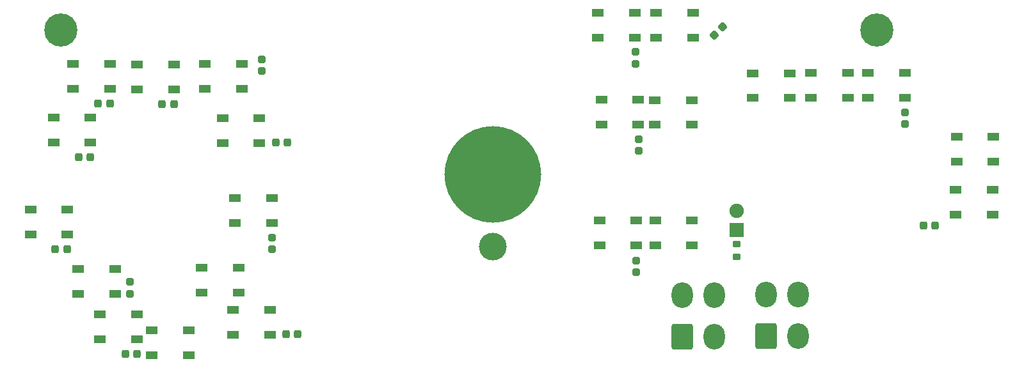
<source format=gbr>
%TF.GenerationSoftware,KiCad,Pcbnew,(6.0.9)*%
%TF.CreationDate,2023-01-06T20:59:09-09:00*%
%TF.ProjectId,FCS PANEL,46435320-5041-44e4-954c-2e6b69636164,rev?*%
%TF.SameCoordinates,Original*%
%TF.FileFunction,Soldermask,Top*%
%TF.FilePolarity,Negative*%
%FSLAX46Y46*%
G04 Gerber Fmt 4.6, Leading zero omitted, Abs format (unit mm)*
G04 Created by KiCad (PCBNEW (6.0.9)) date 2023-01-06 20:59:09*
%MOMM*%
%LPD*%
G01*
G04 APERTURE LIST*
G04 Aperture macros list*
%AMRoundRect*
0 Rectangle with rounded corners*
0 $1 Rounding radius*
0 $2 $3 $4 $5 $6 $7 $8 $9 X,Y pos of 4 corners*
0 Add a 4 corners polygon primitive as box body*
4,1,4,$2,$3,$4,$5,$6,$7,$8,$9,$2,$3,0*
0 Add four circle primitives for the rounded corners*
1,1,$1+$1,$2,$3*
1,1,$1+$1,$4,$5*
1,1,$1+$1,$6,$7*
1,1,$1+$1,$8,$9*
0 Add four rect primitives between the rounded corners*
20,1,$1+$1,$2,$3,$4,$5,0*
20,1,$1+$1,$4,$5,$6,$7,0*
20,1,$1+$1,$6,$7,$8,$9,0*
20,1,$1+$1,$8,$9,$2,$3,0*%
G04 Aperture macros list end*
%ADD10RoundRect,0.050000X-0.750000X-0.450000X0.750000X-0.450000X0.750000X0.450000X-0.750000X0.450000X0*%
%ADD11RoundRect,0.250000X0.275000X-0.200000X0.275000X0.200000X-0.275000X0.200000X-0.275000X-0.200000X0*%
%ADD12RoundRect,0.275000X-0.250000X0.225000X-0.250000X-0.225000X0.250000X-0.225000X0.250000X0.225000X0*%
%ADD13RoundRect,0.275000X-0.225000X-0.250000X0.225000X-0.250000X0.225000X0.250000X-0.225000X0.250000X0*%
%ADD14RoundRect,0.275000X0.225000X0.250000X-0.225000X0.250000X-0.225000X-0.250000X0.225000X-0.250000X0*%
%ADD15RoundRect,0.275000X0.250000X-0.225000X0.250000X0.225000X-0.250000X0.225000X-0.250000X-0.225000X0*%
%ADD16RoundRect,0.275000X-0.017678X0.335876X-0.335876X0.017678X0.017678X-0.335876X0.335876X-0.017678X0*%
%ADD17C,12.800000*%
%ADD18C,3.672000*%
%ADD19C,4.400000*%
%ADD20RoundRect,0.300001X-1.099999X-1.399999X1.099999X-1.399999X1.099999X1.399999X-1.099999X1.399999X0*%
%ADD21O,2.800000X3.400000*%
%ADD22RoundRect,0.050000X0.900000X-0.900000X0.900000X0.900000X-0.900000X0.900000X-0.900000X-0.900000X0*%
%ADD23C,1.900000*%
G04 APERTURE END LIST*
D10*
%TO.C,D1*%
X91834800Y-56160400D03*
X91834800Y-59460400D03*
X96734800Y-59460400D03*
X96734800Y-56160400D03*
%TD*%
%TO.C,D2*%
X100279000Y-56236400D03*
X100279000Y-59536400D03*
X105179000Y-59536400D03*
X105179000Y-56236400D03*
%TD*%
%TO.C,D3*%
X109298000Y-56185600D03*
X109298000Y-59485600D03*
X114198000Y-59485600D03*
X114198000Y-56185600D03*
%TD*%
%TO.C,D4*%
X111596000Y-63374000D03*
X111596000Y-66674000D03*
X116496000Y-66674000D03*
X116496000Y-63374000D03*
%TD*%
%TO.C,D5*%
X113261000Y-73965600D03*
X113261000Y-77265600D03*
X118161000Y-77265600D03*
X118161000Y-73965600D03*
%TD*%
%TO.C,D6*%
X108841000Y-83160400D03*
X108841000Y-86460400D03*
X113741000Y-86460400D03*
X113741000Y-83160400D03*
%TD*%
%TO.C,D7*%
X113007000Y-88748400D03*
X113007000Y-92048400D03*
X117907000Y-92048400D03*
X117907000Y-88748400D03*
%TD*%
%TO.C,D8*%
X102249000Y-91517200D03*
X102249000Y-94817200D03*
X107149000Y-94817200D03*
X107149000Y-91517200D03*
%TD*%
%TO.C,D9*%
X95390800Y-89383600D03*
X95390800Y-92683600D03*
X100290800Y-92683600D03*
X100290800Y-89383600D03*
%TD*%
%TO.C,D10*%
X92506800Y-83363600D03*
X92506800Y-86663600D03*
X97406800Y-86663600D03*
X97406800Y-83363600D03*
%TD*%
%TO.C,D11*%
X86196000Y-75515200D03*
X86196000Y-78815200D03*
X91096000Y-78815200D03*
X91096000Y-75515200D03*
%TD*%
%TO.C,D12*%
X89244000Y-63272400D03*
X89244000Y-66572400D03*
X94144000Y-66572400D03*
X94144000Y-63272400D03*
%TD*%
%TO.C,D13*%
X161290000Y-49378400D03*
X161290000Y-52678400D03*
X166190000Y-52678400D03*
X166190000Y-49378400D03*
%TD*%
%TO.C,D14*%
X168988000Y-49378800D03*
X168988000Y-52678800D03*
X173888000Y-52678800D03*
X173888000Y-49378800D03*
%TD*%
%TO.C,D15*%
X161724000Y-60960800D03*
X161724000Y-64260800D03*
X166624000Y-64260800D03*
X166624000Y-60960800D03*
%TD*%
%TO.C,D16*%
X168785000Y-60961200D03*
X168785000Y-64261200D03*
X173685000Y-64261200D03*
X173685000Y-60961200D03*
%TD*%
%TO.C,D17*%
X181739000Y-57405200D03*
X181739000Y-60705200D03*
X186639000Y-60705200D03*
X186639000Y-57405200D03*
%TD*%
%TO.C,D18*%
X189433000Y-57354000D03*
X189433000Y-60654000D03*
X194333000Y-60654000D03*
X194333000Y-57354000D03*
%TD*%
%TO.C,D19*%
X196979000Y-57354000D03*
X196979000Y-60654000D03*
X201879000Y-60654000D03*
X201879000Y-57354000D03*
%TD*%
%TO.C,D20*%
X161470000Y-76912400D03*
X161470000Y-80212400D03*
X166370000Y-80212400D03*
X166370000Y-76912400D03*
%TD*%
%TO.C,D21*%
X168836000Y-76912000D03*
X168836000Y-80212000D03*
X173736000Y-80212000D03*
X173736000Y-76912000D03*
%TD*%
%TO.C,D22*%
X208714000Y-65837600D03*
X208714000Y-69137600D03*
X213614000Y-69137600D03*
X213614000Y-65837600D03*
%TD*%
%TO.C,D23*%
X208562000Y-72898800D03*
X208562000Y-76198800D03*
X213462000Y-76198800D03*
X213462000Y-72898800D03*
%TD*%
D11*
%TO.C,R1*%
X179621000Y-81731700D03*
X179621000Y-80081700D03*
%TD*%
D12*
%TO.C,C2*%
X116789000Y-55547000D03*
X116789000Y-57097000D03*
%TD*%
D13*
%TO.C,C3*%
X95142900Y-61396900D03*
X96692900Y-61396900D03*
%TD*%
%TO.C,C4*%
X92554700Y-68562200D03*
X94104700Y-68562200D03*
%TD*%
%TO.C,C5*%
X98739600Y-94642900D03*
X100289600Y-94642900D03*
%TD*%
D14*
%TO.C,C6*%
X121555000Y-92003900D03*
X120005000Y-92003900D03*
%TD*%
D15*
%TO.C,C7*%
X118148000Y-80741900D03*
X118148000Y-79191900D03*
%TD*%
D14*
%TO.C,C8*%
X120183000Y-66616600D03*
X118633000Y-66616600D03*
%TD*%
D15*
%TO.C,C9*%
X166202000Y-56157100D03*
X166202000Y-54607100D03*
%TD*%
D16*
%TO.C,C10*%
X177759008Y-51274992D03*
X176662992Y-52371008D03*
%TD*%
D15*
%TO.C,C11*%
X166627000Y-67726800D03*
X166627000Y-66176800D03*
%TD*%
%TO.C,C12*%
X201892000Y-64148100D03*
X201892000Y-62598100D03*
%TD*%
D13*
%TO.C,C13*%
X204330000Y-77586800D03*
X205880000Y-77586800D03*
%TD*%
D12*
%TO.C,C14*%
X99382600Y-85069500D03*
X99382600Y-86619500D03*
%TD*%
D13*
%TO.C,C15*%
X89483800Y-80759300D03*
X91033800Y-80759300D03*
%TD*%
D15*
%TO.C,C16*%
X166340000Y-83810200D03*
X166340000Y-82260200D03*
%TD*%
D13*
%TO.C,C17*%
X103611000Y-61529000D03*
X105161000Y-61529000D03*
%TD*%
D17*
%TO.C,1*%
X147350894Y-70837146D03*
D18*
X147350894Y-80362146D03*
D17*
X147350894Y-70837146D03*
%TD*%
D19*
%TO.C,1*%
X90200894Y-51660146D03*
%TD*%
%TO.C,2*%
X198150894Y-51660146D03*
%TD*%
D20*
%TO.C,J1*%
X183547000Y-92217200D03*
D21*
X187747000Y-92217200D03*
X183547000Y-86717200D03*
X187747000Y-86717200D03*
%TD*%
D20*
%TO.C,J2*%
X172424000Y-92288400D03*
D21*
X176624000Y-92288400D03*
X172424000Y-86788400D03*
X176624000Y-86788400D03*
%TD*%
D22*
%TO.C,D24*%
X179624000Y-78155800D03*
D23*
X179624000Y-75615800D03*
%TD*%
M02*

</source>
